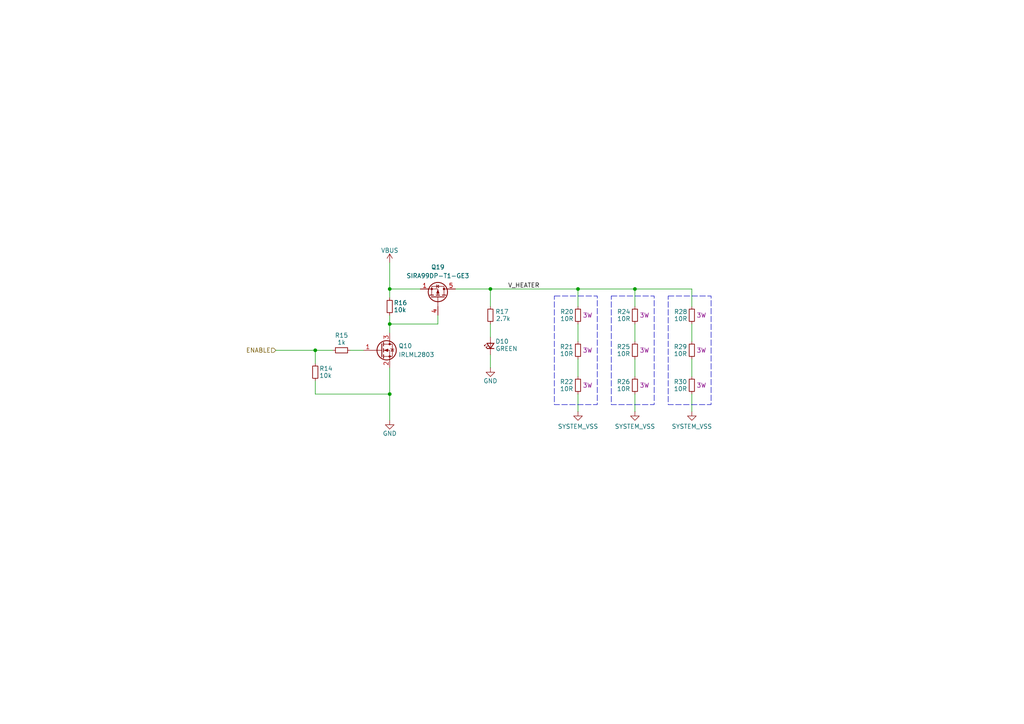
<source format=kicad_sch>
(kicad_sch (version 20231120) (generator "eeschema") (generator_version "8.0")
  (paper "A4")
  (title_block (title "Argus Batteryboard") (date "2025-01-08") (rev "v3.0") (company "Carnegie Mellon University") (comment 1 "M. Holliday") (comment 2 "N. Khera") (comment 3 "V. Rajesh"))
  (lib_symbols
    (symbol "Argus-IC:IRLML2803" (pin_names hide)
      (property "Reference" "Q10" (at 2.54 1.27 0))
      (property "Value" "IRLML2803" (at 2.54 -1.27 0))
      (symbol "IRLML2803_0_1"
        (circle (center -0.889 0) (radius 2.794) (stroke (width 0.254)))
        (circle (center 0 -1.778) (radius 0.254) (fill (type outline)))
        (polyline (pts (xy -2.286 0) (xy -5.08 0)))
        (polyline (pts (xy -2.286 1.905) (xy -2.286 -1.905)) (stroke (width 0.254)))
        (polyline (pts (xy -1.778 -1.27) (xy -1.778 -2.286)) (stroke (width 0.254)))
        (polyline (pts (xy -1.778 0.508) (xy -1.778 -0.508)) (stroke (width 0.254)))
        (polyline (pts (xy -1.778 2.286) (xy -1.778 1.27)) (stroke (width 0.254)))
        (polyline (pts (xy 0 2.54) (xy 0 1.778)))
        (polyline (pts (xy 0 -2.54) (xy 0 0) (xy -1.778 0)))
        (polyline (pts (xy -1.778 -1.778) (xy 0.762 -1.778) (xy 0.762 1.778) (xy -1.778 1.778)))
        (polyline (pts (xy -1.524 0) (xy -0.508 0.381) (xy -0.508 -0.381) (xy -1.524 0)) (fill (type outline)))
        (polyline (pts (xy 0.254 0.508) (xy 0.381 0.381) (xy 1.143 0.381) (xy 1.27 0.254)))
        (polyline (pts (xy 0.762 0.381) (xy 0.381 -0.254) (xy 1.143 -0.254) (xy 0.762 0.381)))
        (circle (center 0 1.778) (radius 0.254) (fill (type outline)))
      )
      (symbol "IRLML2803_1_1"
        (pin input line (at -7.62 0 0) (length 2.54) (name "G") (number "1"))
        (pin passive line (at 0 -5.08 90) (length 2.54) (name "S") (number "2"))
        (pin passive line (at 0 5.08 270) (length 2.54) (name "D") (number "3"))
      )
    )
    (symbol "Device:LED_Small" (pin_numbers hide) (pin_names (offset 0.254) hide)
      (property "Reference" "D" (at -1.27 3.175 0))
      (property "Value" "LED_Small" (at -4.445 -2.54 0))
      (symbol "LED_Small_0_1"
        (polyline (pts (xy -0.762 -1.016) (xy -0.762 1.016)) (stroke (width 0.254)))
        (polyline (pts (xy 1.016 0) (xy -0.762 0)))
        (polyline (pts (xy 0.762 -1.016) (xy -0.762 0) (xy 0.762 1.016) (xy 0.762 -1.016)) (stroke (width 0.254)))
        (polyline (pts (xy 0 0.762) (xy -0.508 1.27) (xy -0.254 1.27) (xy -0.508 1.27) (xy -0.508 1.016)))
        (polyline (pts (xy 0.508 1.27) (xy 0 1.778) (xy 0.254 1.778) (xy 0 1.778) (xy 0 1.524)))
      )
      (symbol "LED_Small_1_1"
        (pin passive line (at -2.54 0 0) (length 1.778) (name "K") (number "1"))
        (pin passive line (at 2.54 0 180) (length 1.778) (name "A") (number "2"))
      )
    )
    (symbol "Device:R_Small" (pin_numbers hide) (pin_names (offset 0.254) hide)
      (property "Reference" "R" (at 0.762 0.508 0))
      (property "Value" "R_Small" (at 0.762 -1.016 0))
      (symbol "R_Small_0_1"
        (rectangle (start -0.762 1.778) (end 0.762 -1.778) (stroke (width 0.2032)))
      )
      (symbol "R_Small_1_1"
        (pin passive line (at 0 2.54 270) (length 0.762) (name "~") (number "1"))
        (pin passive line (at 0 -2.54 90) (length 0.762) (name "~") (number "2"))
      )
    )
    (symbol "Transistor_FET:Si7141DP" (pin_names hide)
      (property "Reference" "Q" (at 5.08 1.905 0))
      (property "Value" "Si7141DP" (at 5.08 0 0))
      (symbol "Si7141DP_0_1"
        (polyline (pts (xy 0.254 0) (xy -2.54 0)))
        (polyline (pts (xy 0.254 1.905) (xy 0.254 -1.905)) (stroke (width 0.254)))
        (polyline (pts (xy 0.762 -1.27) (xy 0.762 -2.286)) (stroke (width 0.254)))
        (polyline (pts (xy 0.762 0.508) (xy 0.762 -0.508)) (stroke (width 0.254)))
        (polyline (pts (xy 0.762 2.286) (xy 0.762 1.27)) (stroke (width 0.254)))
        (polyline (pts (xy 2.54 2.54) (xy 2.54 1.778)))
        (polyline (pts (xy 2.54 -2.54) (xy 2.54 0) (xy 0.762 0)))
        (polyline (pts (xy 0.762 1.778) (xy 3.302 1.778) (xy 3.302 -1.778) (xy 0.762 -1.778)))
        (polyline (pts (xy 2.286 0) (xy 1.27 0.381) (xy 1.27 -0.381) (xy 2.286 0)) (fill (type outline)))
        (polyline (pts (xy 2.794 -0.508) (xy 2.921 -0.381) (xy 3.683 -0.381) (xy 3.81 -0.254)))
        (polyline (pts (xy 3.302 -0.381) (xy 2.921 0.254) (xy 3.683 0.254) (xy 3.302 -0.381)))
        (circle (center 1.651 0) (radius 2.794) (stroke (width 0.254)))
        (circle (center 2.54 -1.778) (radius 0.254) (fill (type outline)))
        (circle (center 2.54 1.778) (radius 0.254) (fill (type outline)))
      )
      (symbol "Si7141DP_1_1"
        (pin passive line (at 2.54 -5.08 90) (length 2.54) (name "S") (number "1"))
        (pin passive line (at 2.54 -5.08 90) (length 2.54) hide (name "S") (number "2"))
        (pin passive line (at 2.54 -5.08 90) (length 2.54) hide (name "S") (number "3"))
        (pin input line (at -5.08 0 0) (length 2.54) (name "G") (number "4"))
        (pin passive line (at 2.54 5.08 270) (length 2.54) (name "D") (number "5"))
      )
    )
    (symbol "power:GND" (power) (pin_numbers hide) (pin_names (offset 0) hide)
      (property "Value" "GND" (at 0 -3.81 0))
      (symbol "GND_0_1"
        (polyline (pts (xy 0 0) (xy 0 -1.27) (xy 1.27 -1.27) (xy 0 -2.54) (xy -1.27 -1.27) (xy 0 -1.27)))
      )
      (symbol "GND_1_1"
        (pin power_in line (at 0 0 270) (length 0) (name "~") (number "1"))
      )
    )
    (symbol "power:VBUS" (power) (pin_numbers hide) (pin_names (offset 0) hide)
      (property "Value" "VBUS" (at 0 3.556 0))
      (symbol "VBUS_0_1"
        (polyline (pts (xy -0.762 1.27) (xy 0 2.54)))
        (polyline (pts (xy 0 0) (xy 0 2.54)))
        (polyline (pts (xy 0 2.54) (xy 0.762 1.27)))
      )
      (symbol "VBUS_1_1"
        (pin power_in line (at 0 0 90) (length 0) (name "~") (number "1"))
      )
    )
  )
  (junction (at 113.03 83.82))
  (junction (at 91.44 101.6))
  (junction (at 113.03 93.98))
  (junction (at 142.24 83.82))
  (junction (at 113.03 114.3))
  (junction (at 167.64 83.82))
  (junction (at 184.15 83.82))
  (wire (pts (xy 184.15 114.3) (xy 184.15 119.38)))
  (wire (pts (xy 80.01 101.6) (xy 91.44 101.6)) (stroke (width 0.1524)))
  (wire (pts (xy 113.03 93.98) (xy 113.03 96.52)) (stroke (width 0.1524)))
  (wire (pts (xy 113.03 76.2) (xy 113.03 83.82)) (stroke (width 0.1524)))
  (wire (pts (xy 167.64 83.82) (xy 142.24 83.82)) (stroke (width 0.1524)))
  (wire (pts (xy 105.41 101.6) (xy 101.6 101.6)))
  (wire (pts (xy 113.03 93.98) (xy 127 93.98)) (stroke (width 0.1524)))
  (wire (pts (xy 167.64 109.22) (xy 167.64 104.14)))
  (wire (pts (xy 200.66 114.3) (xy 200.66 119.38)))
  (wire (pts (xy 113.03 121.92) (xy 113.03 114.3)))
  (wire (pts (xy 184.15 109.22) (xy 184.15 104.14)))
  (wire (pts (xy 113.03 91.44) (xy 113.03 93.98)))
  (wire (pts (xy 142.24 102.87) (xy 142.24 106.68)))
  (wire (pts (xy 113.03 83.82) (xy 113.03 86.36)))
  (wire (pts (xy 113.03 83.82) (xy 121.92 83.82)) (stroke (width 0.1524)))
  (wire (pts (xy 142.24 93.98) (xy 142.24 97.79)) (stroke (width 0.1524)))
  (wire (pts (xy 132.08 83.82) (xy 142.24 83.82)) (stroke (width 0.1524)))
  (wire (pts (xy 184.15 99.06) (xy 184.15 93.98)))
  (wire (pts (xy 167.64 114.3) (xy 167.64 119.38)))
  (wire (pts (xy 127 93.98) (xy 127 91.44)) (stroke (width 0.1524)))
  (wire (pts (xy 200.66 99.06) (xy 200.66 93.98)))
  (wire (pts (xy 184.15 83.82) (xy 184.15 88.9)))
  (wire (pts (xy 200.66 83.82) (xy 200.66 88.9)))
  (wire (pts (xy 184.15 83.82) (xy 167.64 83.82)) (stroke (width 0.1524)))
  (wire (pts (xy 200.66 83.82) (xy 184.15 83.82)) (stroke (width 0.1524)))
  (wire (pts (xy 167.64 83.82) (xy 167.64 88.9)))
  (wire (pts (xy 167.64 99.06) (xy 167.64 93.98)))
  (wire (pts (xy 200.66 109.22) (xy 200.66 104.14)))
  (wire (pts (xy 142.24 83.82) (xy 142.24 88.9)) (stroke (width 0.1524)))
  (wire (pts (xy 91.44 101.6) (xy 91.44 105.41)) (stroke (width 0.1524)))
  (wire (pts (xy 113.03 106.68) (xy 113.03 114.3)))
  (wire (pts (xy 91.44 101.6) (xy 96.52 101.6)) (stroke (width 0.1524)))
  (wire (pts (xy 91.44 114.3) (xy 113.03 114.3)))
  (wire (pts (xy 91.44 114.3) (xy 91.44 110.49)))
  (rectangle (start 177.292 85.852) (end 189.738 117.348) (stroke (width 0) (type dash)))
  (rectangle (start 193.802 85.852) (end 206.248 117.348) (stroke (width 0) (type dash)))
  (rectangle (start 160.782 85.852) (end 173.228 117.348) (stroke (width 0) (type dash)))
  (label "V_HEATER" (at 147.32 83.82 0))
  (hierarchical_label "ENABLE" (shape input) (at 80.01 101.6 180))
  (symbol (lib_id "Device:R_Small") (at 200.66 91.44 0) (mirror x) (unit 1)
    (property "Reference" "R28" (at 199.39 90.424 0) (effects (justify right)))
    (property "Value" "10R" (at 199.39 92.456 0) (effects (justify right)))
    (property "Footprint" "Resistor_SMD:R_2010_5025Metric" (effects (hide yes)))
    (property "Description" "Resistor, small symbol" (effects (hide yes)))
    (property "Field5" "3W" (at 203.454 91.44 0))
    (instances (project "BatteryBoard" (path "" (reference "R28") (unit 1)) (path "" (reference "R40") (unit 1))))
  )
  (symbol (lib_id "Device:R_Small") (at 142.24 91.44 180) (unit 1)
    (property "Reference" "R17" (at 147.574 89.662 0) (effects (justify left bottom)))
    (property "Value" "2.7k" (at 148.082 91.694 0) (effects (justify left bottom)))
    (property "Footprint" "Resistor_SMD:R_0603_1608Metric" (effects (hide yes)))
    (property "Description" "Resistor, small symbol" (effects (hide yes)))
    (property "DIS" "Digi-Key" (effects (hide yes)))
    (property "DPN" "A129693CT-ND" (effects (hide yes)))
    (property "MFR" "TE" (effects (hide yes)))
    (property "MPN" "CRGCQ0603F2K7" (effects (hide yes)))
    (instances (project "Avionics-BatteryBoard" (path "" (reference "R17") (unit 1)) (path "" (reference "R13") (unit 1))))
  )
  (symbol (lib_id "power:GND") (at 167.64 119.38 0) (unit 1)
    (property "Reference" "#PWR014" (effects (hide yes)))
    (property "Value" "SYSTEM_VSS" (at 167.64 123.698 0))
    (property "Description" "Power symbol creates a global label with name \"GND\" , ground" (effects (hide yes)))
    (instances (project "BatteryBoard" (path "" (reference "#PWR014") (unit 1)) (path "" (reference "#PWR057") (unit 1))))
  )
  (symbol (lib_id "Argus-IC:IRLML2803") (at 113.03 101.6 0) (unit 1)
    (property "Reference" "Q10" (at 115.57 100.33 0) (effects (justify left)))
    (property "Value" "IRLML2803" (at 115.57 102.87 0) (effects (justify left)))
    (property "Footprint" "Package_TO_SOT_SMD:SOT-23" (effects (hide yes)))
    (instances (project "Avionics-BatteryBoard" (path "" (reference "Q10") (unit 1)) (path "" (reference "Q1") (unit 1))))
  )
  (symbol (lib_id "Device:R_Small") (at 91.44 107.95 180) (unit 1)
    (property "Reference" "R14" (at 96.52 106.172 0) (effects (justify left bottom)))
    (property "Value" "10k" (at 96.266 108.204 0) (effects (justify left bottom)))
    (property "Footprint" "Resistor_SMD:R_0603_1608Metric" (effects (hide yes)))
    (property "Description" "Resistor, small symbol" (effects (hide yes)))
    (property "DIS" "Digi-Key" (effects (hide yes)))
    (property "DPN" "311-10.0KHRCT-ND" (effects (hide yes)))
    (property "MFR" "Yageo" (effects (hide yes)))
    (property "MPN" "RC0603FR-0710KL" (effects (hide yes)))
    (instances (project "Avionics-BatteryBoard" (path "" (reference "R14") (unit 1)) (path "" (reference "R10") (unit 1))))
  )
  (symbol (lib_id "Device:R_Small") (at 184.15 101.6 180) (unit 1)
    (property "Reference" "R25" (at 180.848 100.584 0))
    (property "Value" "10R" (at 180.848 102.616 0))
    (property "Footprint" "Resistor_SMD:R_2010_5025Metric" (effects (hide yes)))
    (property "Description" "Resistor, small symbol" (effects (hide yes)))
    (property "Field5" "3W" (at 186.944 101.6 0))
    (instances (project "BatteryBoard" (path "" (reference "R25") (unit 1)) (path "" (reference "R37") (unit 1))))
  )
  (symbol (lib_id "Device:R_Small") (at 99.06 101.6 270) (unit 1)
    (property "Reference" "R15" (at 99.06 97.282 90))
    (property "Value" "1k" (at 99.06 99.314 90))
    (property "Footprint" "Resistor_SMD:R_0603_1608Metric" (effects (hide yes)))
    (property "Description" "Resistor, small symbol" (effects (hide yes)))
    (property "DIS" "Digi-Key" (effects (hide yes)))
    (property "DPN" "A129693CT-ND" (effects (hide yes)))
    (property "MFR" "TE" (effects (hide yes)))
    (property "MPN" "CRGCQ0603F2K7" (effects (hide yes)))
    (instances (project "Avionics-BatteryBoard" (path "" (reference "R15") (unit 1)) (path "" (reference "R11") (unit 1))))
  )
  (symbol (lib_id "Device:R_Small") (at 200.66 101.6 180) (unit 1)
    (property "Reference" "R29" (at 197.358 100.584 0))
    (property "Value" "10R" (at 197.358 102.616 0))
    (property "Footprint" "Resistor_SMD:R_2010_5025Metric" (effects (hide yes)))
    (property "Description" "Resistor, small symbol" (effects (hide yes)))
    (property "Field5" "3W" (at 203.454 101.6 0))
    (instances (project "BatteryBoard" (path "" (reference "R29") (unit 1)) (path "" (reference "R41") (unit 1))))
  )
  (symbol (lib_id "Device:R_Small") (at 167.64 111.76 180) (unit 1)
    (property "Reference" "R22" (at 164.338 110.744 0))
    (property "Value" "10R" (at 164.338 112.776 0))
    (property "Footprint" "Resistor_SMD:R_2010_5025Metric" (effects (hide yes)))
    (property "Description" "Resistor, small symbol" (effects (hide yes)))
    (property "Field5" "3W" (at 170.434 111.76 0))
    (instances (project "BatteryBoard" (path "" (reference "R22") (unit 1)) (path "" (reference "R34") (unit 1))))
  )
  (symbol (lib_id "Device:R_Small") (at 184.15 111.76 180) (unit 1)
    (property "Reference" "R26" (at 180.848 110.744 0))
    (property "Value" "10R" (at 180.848 112.776 0))
    (property "Footprint" "Resistor_SMD:R_2010_5025Metric" (effects (hide yes)))
    (property "Description" "Resistor, small symbol" (effects (hide yes)))
    (property "Field5" "3W" (at 186.944 111.76 0))
    (instances (project "BatteryBoard" (path "" (reference "R26") (unit 1)) (path "" (reference "R38") (unit 1))))
  )
  (symbol (lib_id "power:GND") (at 200.66 119.38 0) (unit 1)
    (property "Reference" "#PWR024" (effects (hide yes)))
    (property "Value" "SYSTEM_VSS" (at 200.66 123.698 0))
    (property "Description" "Power symbol creates a global label with name \"GND\" , ground" (effects (hide yes)))
    (instances (project "Avionics-BatteryBoard" (path "" (reference "#PWR024") (unit 1)) (path "" (reference "#PWR023") (unit 1))))
  )
  (symbol (lib_id "power:VBUS") (at 113.03 76.2 0) (unit 1)
    (property "Reference" "#PWR015" (effects (hide yes)))
    (property "Value" "VBUS" (at 113.03 72.644 0))
    (property "Description" "Power symbol creates a global label with name \"VBUS\"" (effects (hide yes)))
    (instances (project "Avionics-BatteryBoard" (path "" (reference "#PWR015") (unit 1)) (path "" (reference "#PWR09") (unit 1))))
  )
  (symbol (lib_id "Device:R_Small") (at 184.15 91.44 0) (mirror x) (unit 1)
    (property "Reference" "R24" (at 182.88 90.424 0) (effects (justify right)))
    (property "Value" "10R" (at 182.88 92.456 0) (effects (justify right)))
    (property "Footprint" "Resistor_SMD:R_2010_5025Metric" (effects (hide yes)))
    (property "Description" "Resistor, small symbol" (effects (hide yes)))
    (property "Field5" "3W" (at 186.944 91.44 0))
    (instances (project "BatteryBoard" (path "" (reference "R24") (unit 1)) (path "" (reference "R36") (unit 1))))
  )
  (symbol (lib_id "Device:R_Small") (at 167.64 91.44 0) (mirror x) (unit 1)
    (property "Reference" "R20" (at 166.37 90.424 0) (effects (justify right)))
    (property "Value" "10R" (at 166.37 92.456 0) (effects (justify right)))
    (property "Footprint" "Resistor_SMD:R_2010_5025Metric" (effects (hide yes)))
    (property "Description" "Resistor, small symbol" (effects (hide yes)))
    (property "Field5" "3W" (at 170.434 91.44 0))
    (instances (project "BatteryBoard" (path "" (reference "R20") (unit 1)) (path "" (reference "R32") (unit 1))))
  )
  (symbol (lib_id "Transistor_FET:Si7141DP") (at 127 86.36 270) (mirror x) (unit 1)
    (property "Reference" "Q19" (at 127 77.47 90))
    (property "Value" "SIRA99DP-T1-GE3" (at 127 80.01 90))
    (property "Footprint" "Package_SO:PowerPAK_SO-8_Single" (effects (hide yes)))
    (property "Datasheet" "https://www.vishay.com/docs/65596/si7141dp.pdf" (effects (hide yes)))
    (property "Description" "-60A Id, -20V Vds, 1.9 mOhm Ron, PowerPAK-8" (effects (hide yes)))
    (instances (project "Avionics-BatteryBoard" (path "" (reference "Q19") (unit 1)) (path "" (reference "Q2") (unit 1))))
  )
  (symbol (lib_id "Device:R_Small") (at 200.66 111.76 180) (unit 1)
    (property "Reference" "R30" (at 197.358 110.744 0))
    (property "Value" "10R" (at 197.358 112.776 0))
    (property "Footprint" "Resistor_SMD:R_2010_5025Metric" (effects (hide yes)))
    (property "Description" "Resistor, small symbol" (effects (hide yes)))
    (property "Field5" "3W" (at 203.454 111.76 0))
    (instances (project "BatteryBoard" (path "" (reference "R30") (unit 1)) (path "" (reference "R42") (unit 1))))
  )
  (symbol (lib_id "power:GND") (at 113.03 121.92 0) (mirror y) (unit 1)
    (property "Reference" "#GND04" (effects (hide yes)))
    (property "Value" "GND" (at 113.03 125.73 0))
    (property "Description" "Power symbol creates a global label with name \"GND\" , ground" (effects (hide yes)))
    (instances (project "Avionics-BatteryBoard" (path "" (reference "#GND04") (unit 1)) (path "" (reference "#GND01") (unit 1))))
  )
  (symbol (lib_id "Device:LED_Small") (at 142.24 100.33 90) (unit 1)
    (property "Reference" "D10" (at 147.574 98.298 90) (effects (justify left bottom)))
    (property "Value" "GREEN" (at 150.114 101.854 90) (effects (justify left top)))
    (property "Footprint" "LED_SMD:LED_0603_1608Metric" (effects (hide yes)))
    (property "Description" "Light emitting diode, small symbol" (effects (hide yes)))
    (property "DIS" "Digi-Key" (effects (hide yes)))
    (property "DPN" "511-1584-1-ND" (effects (hide yes)))
    (property "MFR" "Rohm" (effects (hide yes)))
    (property "MPN" "SML-E12M8WT86" (effects (hide yes)))
    (instances (project "Avionics-BatteryBoard" (path "" (reference "D10") (unit 1)) (path "" (reference "D3") (unit 1))))
  )
  (symbol (lib_id "Device:R_Small") (at 113.03 88.9 180) (unit 1)
    (property "Reference" "R16" (at 118.11 87.122 0) (effects (justify left bottom)))
    (property "Value" "10k" (at 117.856 89.154 0) (effects (justify left bottom)))
    (property "Footprint" "Resistor_SMD:R_0603_1608Metric" (effects (hide yes)))
    (property "Description" "Resistor, small symbol" (effects (hide yes)))
    (property "DIS" "Digi-Key" (effects (hide yes)))
    (property "DPN" "311-10.0KHRCT-ND" (effects (hide yes)))
    (property "MFR" "Yageo" (effects (hide yes)))
    (property "MPN" "RC0603FR-0710KL" (effects (hide yes)))
    (instances (project "Avionics-BatteryBoard" (path "" (reference "R16") (unit 1)) (path "" (reference "R12") (unit 1))))
  )
  (symbol (lib_id "power:GND") (at 142.24 106.68 0) (mirror y) (unit 1)
    (property "Reference" "#GND05" (effects (hide yes)))
    (property "Value" "GND" (at 142.24 110.49 0))
    (property "Description" "Power symbol creates a global label with name \"GND\" , ground" (effects (hide yes)))
    (instances (project "Avionics-BatteryBoard" (path "" (reference "#GND05") (unit 1)) (path "" (reference "#GND03") (unit 1))))
  )
  (symbol (lib_id "power:GND") (at 184.15 119.38 0) (unit 1)
    (property "Reference" "#PWR018" (effects (hide yes)))
    (property "Value" "SYSTEM_VSS" (at 184.15 123.698 0))
    (property "Description" "Power symbol creates a global label with name \"GND\" , ground" (effects (hide yes)))
    (instances (project "Avionics-BatteryBoard" (path "" (reference "#PWR018") (unit 1)) (path "" (reference "#PWR017") (unit 1))))
  )
  (symbol (lib_id "Device:R_Small") (at 167.64 101.6 180) (unit 1)
    (property "Reference" "R21" (at 164.338 100.584 0))
    (property "Value" "10R" (at 164.338 102.616 0))
    (property "Footprint" "Resistor_SMD:R_2010_5025Metric" (effects (hide yes)))
    (property "Description" "Resistor, small symbol" (effects (hide yes)))
    (property "Field5" "3W" (at 170.434 101.6 0))
    (instances (project "BatteryBoard" (path "" (reference "R21") (unit 1)) (path "" (reference "R33") (unit 1))))
  )
)
</source>
